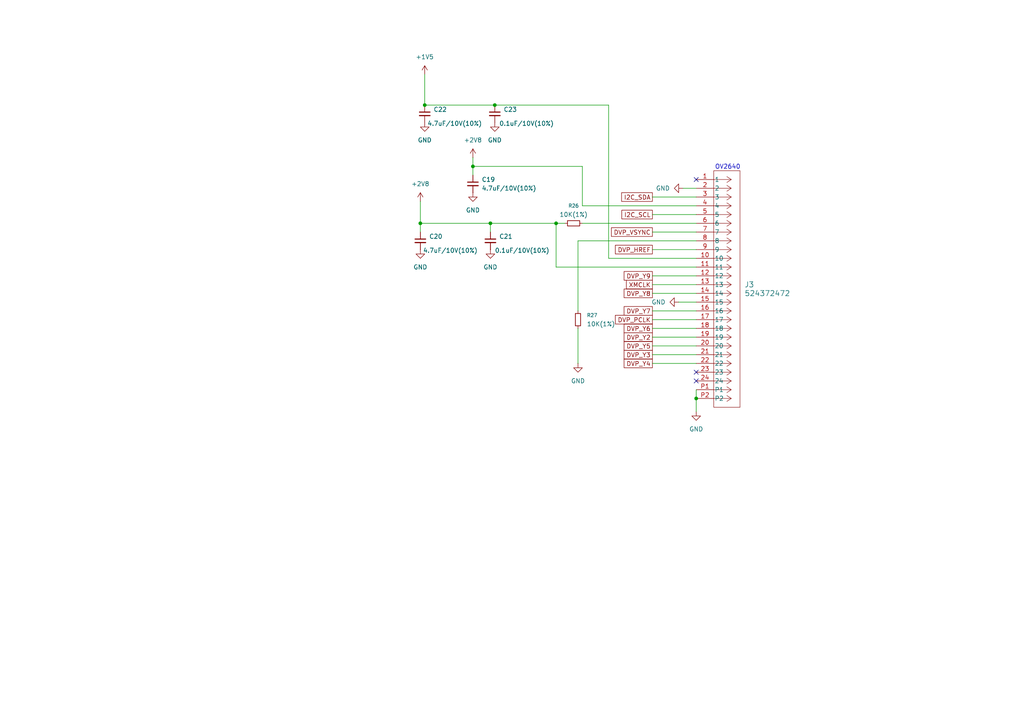
<source format=kicad_sch>
(kicad_sch (version 20250114) (generator "eeschema") (generator_version "9.0")
  (paper "A4")
  (lib_symbols
    (symbol "2025-12-03_21-50-17:524372472" (pin_names (offset 0.254))
      (property "Reference" "J" (at 8.89 6.35 0))
      (property "Value" "524372472" (at 0 0 0))
      (symbol "524372472_1_1"
        (polyline (pts (xy 5.08 2.54) (xy 5.08 -66.04)) (stroke (width 0.127)))
        (polyline (pts (xy 5.08 -66.04) (xy 12.7 -66.04)) (stroke (width 0.127)))
        (polyline (pts (xy 10.16 0) (xy 5.08 0)) (stroke (width 0.127)))
        (polyline (pts (xy 10.16 0) (xy 8.89 0.8467)) (stroke (width 0.127)))
        (polyline (pts (xy 10.16 0) (xy 8.89 -0.8467)) (stroke (width 0.127)))
        (polyline (pts (xy 10.16 -2.54) (xy 5.08 -2.54)) (stroke (width 0.127)))
        (polyline (pts (xy 10.16 -2.54) (xy 8.89 -1.6933)) (stroke (width 0.127)))
        (polyline (pts (xy 10.16 -2.54) (xy 8.89 -3.3867)) (stroke (width 0.127)))
        (polyline (pts (xy 10.16 -5.08) (xy 5.08 -5.08)) (stroke (width 0.127)))
        (polyline (pts (xy 10.16 -5.08) (xy 8.89 -4.2333)) (stroke (width 0.127)))
        (polyline (pts (xy 10.16 -5.08) (xy 8.89 -5.9267)) (stroke (width 0.127)))
        (polyline (pts (xy 10.16 -7.62) (xy 5.08 -7.62)) (stroke (width 0.127)))
        (polyline (pts (xy 10.16 -7.62) (xy 8.89 -6.7733)) (stroke (width 0.127)))
        (polyline (pts (xy 10.16 -7.62) (xy 8.89 -8.4667)) (stroke (width 0.127)))
        (polyline (pts (xy 10.16 -10.16) (xy 5.08 -10.16)) (stroke (width 0.127)))
        (polyline (pts (xy 10.16 -10.16) (xy 8.89 -9.3133)) (stroke (width 0.127)))
        (polyline (pts (xy 10.16 -10.16) (xy 8.89 -11.0067)) (stroke (width 0.127)))
        (polyline (pts (xy 10.16 -12.7) (xy 5.08 -12.7)) (stroke (width 0.127)))
        (polyline (pts (xy 10.16 -12.7) (xy 8.89 -11.8533)) (stroke (width 0.127)))
        (polyline (pts (xy 10.16 -12.7) (xy 8.89 -13.5467)) (stroke (width 0.127)))
        (polyline (pts (xy 10.16 -15.24) (xy 5.08 -15.24)) (stroke (width 0.127)))
        (polyline (pts (xy 10.16 -15.24) (xy 8.89 -14.3933)) (stroke (width 0.127)))
        (polyline (pts (xy 10.16 -15.24) (xy 8.89 -16.0867)) (stroke (width 0.127)))
        (polyline (pts (xy 10.16 -17.78) (xy 5.08 -17.78)) (stroke (width 0.127)))
        (polyline (pts (xy 10.16 -17.78) (xy 8.89 -16.9333)) (stroke (width 0.127)))
        (polyline (pts (xy 10.16 -17.78) (xy 8.89 -18.6267)) (stroke (width 0.127)))
        (polyline (pts (xy 10.16 -20.32) (xy 5.08 -20.32)) (stroke (width 0.127)))
        (polyline (pts (xy 10.16 -20.32) (xy 8.89 -19.4733)) (stroke (width 0.127)))
        (polyline (pts (xy 10.16 -20.32) (xy 8.89 -21.1667)) (stroke (width 0.127)))
        (polyline (pts (xy 10.16 -22.86) (xy 5.08 -22.86)) (stroke (width 0.127)))
        (polyline (pts (xy 10.16 -22.86) (xy 8.89 -22.0133)) (stroke (width 0.127)))
        (polyline (pts (xy 10.16 -22.86) (xy 8.89 -23.7067)) (stroke (width 0.127)))
        (polyline (pts (xy 10.16 -25.4) (xy 5.08 -25.4)) (stroke (width 0.127)))
        (polyline (pts (xy 10.16 -25.4) (xy 8.89 -24.5533)) (stroke (width 0.127)))
        (polyline (pts (xy 10.16 -25.4) (xy 8.89 -26.2467)) (stroke (width 0.127)))
        (polyline (pts (xy 10.16 -27.94) (xy 5.08 -27.94)) (stroke (width 0.127)))
        (polyline (pts (xy 10.16 -27.94) (xy 8.89 -27.0933)) (stroke (width 0.127)))
        (polyline (pts (xy 10.16 -27.94) (xy 8.89 -28.7867)) (stroke (width 0.127)))
        (polyline (pts (xy 10.16 -30.48) (xy 5.08 -30.48)) (stroke (width 0.127)))
        (polyline (pts (xy 10.16 -30.48) (xy 8.89 -29.6333)) (stroke (width 0.127)))
        (polyline (pts (xy 10.16 -30.48) (xy 8.89 -31.3267)) (stroke (width 0.127)))
        (polyline (pts (xy 10.16 -33.02) (xy 5.08 -33.02)) (stroke (width 0.127)))
        (polyline (pts (xy 10.16 -33.02) (xy 8.89 -32.1733)) (stroke (width 0.127)))
        (polyline (pts (xy 10.16 -33.02) (xy 8.89 -33.8667)) (stroke (width 0.127)))
        (polyline (pts (xy 10.16 -35.56) (xy 5.08 -35.56)) (stroke (width 0.127)))
        (polyline (pts (xy 10.16 -35.56) (xy 8.89 -34.7133)) (stroke (width 0.127)))
        (polyline (pts (xy 10.16 -35.56) (xy 8.89 -36.4067)) (stroke (width 0.127)))
        (polyline (pts (xy 10.16 -38.1) (xy 5.08 -38.1)) (stroke (width 0.127)))
        (polyline (pts (xy 10.16 -38.1) (xy 8.89 -37.2533)) (stroke (width 0.127)))
        (polyline (pts (xy 10.16 -38.1) (xy 8.89 -38.9467)) (stroke (width 0.127)))
        (polyline (pts (xy 10.16 -40.64) (xy 5.08 -40.64)) (stroke (width 0.127)))
        (polyline (pts (xy 10.16 -40.64) (xy 8.89 -39.7933)) (stroke (width 0.127)))
        (polyline (pts (xy 10.16 -40.64) (xy 8.89 -41.4867)) (stroke (width 0.127)))
        (polyline (pts (xy 10.16 -43.18) (xy 5.08 -43.18)) (stroke (width 0.127)))
        (polyline (pts (xy 10.16 -43.18) (xy 8.89 -42.3333)) (stroke (width 0.127)))
        (polyline (pts (xy 10.16 -43.18) (xy 8.89 -44.0267)) (stroke (width 0.127)))
        (polyline (pts (xy 10.16 -45.72) (xy 5.08 -45.72)) (stroke (width 0.127)))
        (polyline (pts (xy 10.16 -45.72) (xy 8.89 -44.8733)) (stroke (width 0.127)))
        (polyline (pts (xy 10.16 -45.72) (xy 8.89 -46.5667)) (stroke (width 0.127)))
        (polyline (pts (xy 10.16 -48.26) (xy 5.08 -48.26)) (stroke (width 0.127)))
        (polyline (pts (xy 10.16 -48.26) (xy 8.89 -47.4133)) (stroke (width 0.127)))
        (polyline (pts (xy 10.16 -48.26) (xy 8.89 -49.1067)) (stroke (width 0.127)))
        (polyline (pts (xy 10.16 -50.8) (xy 5.08 -50.8)) (stroke (width 0.127)))
        (polyline (pts (xy 10.16 -50.8) (xy 8.89 -49.9533)) (stroke (width 0.127)))
        (polyline (pts (xy 10.16 -50.8) (xy 8.89 -51.6467)) (stroke (width 0.127)))
        (polyline (pts (xy 10.16 -53.34) (xy 5.08 -53.34)) (stroke (width 0.127)))
        (polyline (pts (xy 10.16 -53.34) (xy 8.89 -52.4933)) (stroke (width 0.127)))
        (polyline (pts (xy 10.16 -53.34) (xy 8.89 -54.1867)) (stroke (width 0.127)))
        (polyline (pts (xy 10.16 -55.88) (xy 5.08 -55.88)) (stroke (width 0.127)))
        (polyline (pts (xy 10.16 -55.88) (xy 8.89 -55.0333)) (stroke (width 0.127)))
        (polyline (pts (xy 10.16 -55.88) (xy 8.89 -56.7267)) (stroke (width 0.127)))
        (polyline (pts (xy 10.16 -58.42) (xy 5.08 -58.42)) (stroke (width 0.127)))
        (polyline (pts (xy 10.16 -58.42) (xy 8.89 -57.5733)) (stroke (width 0.127)))
        (polyline (pts (xy 10.16 -58.42) (xy 8.89 -59.2667)) (stroke (width 0.127)))
        (polyline (pts (xy 10.16 -60.96) (xy 5.08 -60.96)) (stroke (width 0.127)))
        (polyline (pts (xy 10.16 -60.96) (xy 8.89 -60.1133)) (stroke (width 0.127)))
        (polyline (pts (xy 10.16 -60.96) (xy 8.89 -61.8067)) (stroke (width 0.127)))
        (polyline (pts (xy 10.16 -63.5) (xy 5.08 -63.5)) (stroke (width 0.127)))
        (polyline (pts (xy 10.16 -63.5) (xy 8.89 -62.6533)) (stroke (width 0.127)))
        (polyline (pts (xy 10.16 -63.5) (xy 8.89 -64.3467)) (stroke (width 0.127)))
        (polyline (pts (xy 12.7 2.54) (xy 5.08 2.54)) (stroke (width 0.127)))
        (polyline (pts (xy 12.7 -66.04) (xy 12.7 2.54)) (stroke (width 0.127)))
        (pin unspecified line (at 0 0 0) (length 5.08) (name "1") (number "1"))
        (pin unspecified line (at 0 -2.54 0) (length 5.08) (name "2") (number "2"))
        (pin unspecified line (at 0 -5.08 0) (length 5.08) (name "3") (number "3"))
        (pin unspecified line (at 0 -7.62 0) (length 5.08) (name "4") (number "4"))
        (pin unspecified line (at 0 -10.16 0) (length 5.08) (name "5") (number "5"))
        (pin unspecified line (at 0 -12.7 0) (length 5.08) (name "6") (number "6"))
        (pin unspecified line (at 0 -15.24 0) (length 5.08) (name "7") (number "7"))
        (pin unspecified line (at 0 -17.78 0) (length 5.08) (name "8") (number "8"))
        (pin unspecified line (at 0 -20.32 0) (length 5.08) (name "9") (number "9"))
        (pin unspecified line (at 0 -22.86 0) (length 5.08) (name "10") (number "10"))
        (pin unspecified line (at 0 -25.4 0) (length 5.08) (name "11") (number "11"))
        (pin unspecified line (at 0 -27.94 0) (length 5.08) (name "12") (number "12"))
        (pin unspecified line (at 0 -30.48 0) (length 5.08) (name "13") (number "13"))
        (pin unspecified line (at 0 -33.02 0) (length 5.08) (name "14") (number "14"))
        (pin unspecified line (at 0 -35.56 0) (length 5.08) (name "15") (number "15"))
        (pin unspecified line (at 0 -38.1 0) (length 5.08) (name "16") (number "16"))
        (pin unspecified line (at 0 -40.64 0) (length 5.08) (name "17") (number "17"))
        (pin unspecified line (at 0 -43.18 0) (length 5.08) (name "18") (number "18"))
        (pin unspecified line (at 0 -45.72 0) (length 5.08) (name "19") (number "19"))
        (pin unspecified line (at 0 -48.26 0) (length 5.08) (name "20") (number "20"))
        (pin unspecified line (at 0 -50.8 0) (length 5.08) (name "21") (number "21"))
        (pin unspecified line (at 0 -53.34 0) (length 5.08) (name "22") (number "22"))
        (pin unspecified line (at 0 -55.88 0) (length 5.08) (name "23") (number "23"))
        (pin unspecified line (at 0 -58.42 0) (length 5.08) (name "24") (number "24"))
        (pin unspecified line (at 0 -60.96 0) (length 5.08) (name "P1") (number "P1"))
        (pin unspecified line (at 0 -63.5 0) (length 5.08) (name "P2") (number "P2"))
      )
      (symbol "524372472_1_2"
        (polyline (pts (xy 5.08 2.54) (xy 5.08 -66.04)) (stroke (width 0.127)))
        (polyline (pts (xy 5.08 -66.04) (xy 12.7 -66.04)) (stroke (width 0.127)))
        (polyline (pts (xy 7.62 0) (xy 5.08 0)) (stroke (width 0.127)))
        (polyline (pts (xy 7.62 0) (xy 8.89 0.8467)) (stroke (width 0.127)))
        (polyline (pts (xy 7.62 0) (xy 8.89 -0.8467)) (stroke (width 0.127)))
        (polyline (pts (xy 7.62 -2.54) (xy 5.08 -2.54)) (stroke (width 0.127)))
        (polyline (pts (xy 7.62 -2.54) (xy 8.89 -1.6933)) (stroke (width 0.127)))
        (polyline (pts (xy 7.62 -2.54) (xy 8.89 -3.3867)) (stroke (width 0.127)))
        (polyline (pts (xy 7.62 -5.08) (xy 5.08 -5.08)) (stroke (width 0.127)))
        (polyline (pts (xy 7.62 -5.08) (xy 8.89 -4.2333)) (stroke (width 0.127)))
        (polyline (pts (xy 7.62 -5.08) (xy 8.89 -5.9267)) (stroke (width 0.127)))
        (polyline (pts (xy 7.62 -7.62) (xy 5.08 -7.62)) (stroke (width 0.127)))
        (polyline (pts (xy 7.62 -7.62) (xy 8.89 -6.7733)) (stroke (width 0.127)))
        (polyline (pts (xy 7.62 -7.62) (xy 8.89 -8.4667)) (stroke (width 0.127)))
        (polyline (pts (xy 7.62 -10.16) (xy 5.08 -10.16)) (stroke (width 0.127)))
        (polyline (pts (xy 7.62 -10.16) (xy 8.89 -9.3133)) (stroke (width 0.127)))
        (polyline (pts (xy 7.62 -10.16) (xy 8.89 -11.0067)) (stroke (width 0.127)))
        (polyline (pts (xy 7.62 -12.7) (xy 5.08 -12.7)) (stroke (width 0.127)))
        (polyline (pts (xy 7.62 -12.7) (xy 8.89 -11.8533)) (stroke (width 0.127)))
        (polyline (pts (xy 7.62 -12.7) (xy 8.89 -13.5467)) (stroke (width 0.127)))
        (polyline (pts (xy 7.62 -15.24) (xy 5.08 -15.24)) (stroke (width 0.127)))
        (polyline (pts (xy 7.62 -15.24) (xy 8.89 -14.3933)) (stroke (width 0.127)))
        (polyline (pts (xy 7.62 -15.24) (xy 8.89 -16.0867)) (stroke (width 0.127)))
        (polyline (pts (xy 7.62 -17.78) (xy 5.08 -17.78)) (stroke (width 0.127)))
        (polyline (pts (xy 7.62 -17.78) (xy 8.89 -16.9333)) (stroke (width 0.127)))
        (polyline (pts (xy 7.62 -17.78) (xy 8.89 -18.6267)) (stroke (width 0.127)))
        (polyline (pts (xy 7.62 -20.32) (xy 5.08 -20.32)) (stroke (width 0.127)))
        (polyline (pts (xy 7.62 -20.32) (xy 8.89 -19.4733)) (stroke (width 0.127)))
        (polyline (pts (xy 7.62 -20.32) (xy 8.89 -21.1667)) (stroke (width 0.127)))
        (polyline (pts (xy 7.62 -22.86) (xy 5.08 -22.86)) (stroke (width 0.127)))
        (polyline (pts (xy 7.62 -22.86) (xy 8.89 -22.0133)) (stroke (width 0.127)))
        (polyline (pts (xy 7.62 -22.86) (xy 8.89 -23.7067)) (stroke (width 0.127)))
        (polyline (pts (xy 7.62 -25.4) (xy 5.08 -25.4)) (stroke (width 0.127)))
        (polyline (pts (xy 7.62 -25.4) (xy 8.89 -24.5533)) (stroke (width 0.127)))
        (polyline (pts (xy 7.62 -25.4) (xy 8.89 -26.2467)) (stroke (width 0.127)))
        (polyline (pts (xy 7.62 -27.94) (xy 5.08 -27.94)) (stroke (width 0.127)))
        (polyline (pts (xy 7.62 -27.94) (xy 8.89 -27.0933)) (stroke (width 0.127)))
        (polyline (pts (xy 7.62 -27.94) (xy 8.89 -28.7867)) (stroke (width 0.127)))
        (polyline (pts (xy 7.62 -30.48) (xy 5.08 -30.48)) (stroke (width 0.127)))
        (polyline (pts (xy 7.62 -30.48) (xy 8.89 -29.6333)) (stroke (width 0.127)))
        (polyline (pts (xy 7.62 -30.48) (xy 8.89 -31.3267)) (stroke (width 0.127)))
        (polyline (pts (xy 7.62 -33.02) (xy 5.08 -33.02)) (stroke (width 0.127)))
        (polyline (pts (xy 7.62 -33.02) (xy 8.89 -32.1733)) (stroke (width 0.127)))
        (polyline (pts (xy 7.62 -33.02) (xy 8.89 -33.8667)) (stroke (width 0.127)))
        (polyline (pts (xy 7.62 -35.56) (xy 5.08 -35.56)) (stroke (width 0.127)))
        (polyline (pts (xy 7.62 -35.56) (xy 8.89 -34.7133)) (stroke (width 0.127)))
        (polyline (pts (xy 7.62 -35.56) (xy 8.89 -36.4067)) (stroke (width 0.127)))
        (polyline (pts (xy 7.62 -38.1) (xy 5.08 -38.1)) (stroke (width 0.127)))
        (polyline (pts (xy 7.62 -38.1) (xy 8.89 -37.2533)) (stroke (width 0.127)))
        (polyline (pts (xy 7.62 -38.1) (xy 8.89 -38.9467)) (stroke (width 0.127)))
        (polyline (pts (xy 7.62 -40.64) (xy 5.08 -40.64)) (stroke (width 0.127)))
        (polyline (pts (xy 7.62 -40.64) (xy 8.89 -39.7933)) (stroke (width 0.127)))
        (polyline (pts (xy 7.62 -40.64) (xy 8.89 -41.4867)) (stroke (width 0.127)))
        (polyline (pts (xy 7.62 -43.18) (xy 5.08 -43.18)) (stroke (width 0.127)))
        (polyline (pts (xy 7.62 -43.18) (xy 8.89 -42.3333)) (stroke (width 0.127)))
        (polyline (pts (xy 7.62 -43.18) (xy 8.89 -44.0267)) (stroke (width 0.127)))
        (polyline (pts (xy 7.62 -45.72) (xy 5.08 -45.72)) (stroke (width 0.127)))
        (polyline (pts (xy 7.62 -45.72) (xy 8.89 -44.8733)) (stroke (width 0.127)))
        (polyline (pts (xy 7.62 -45.72) (xy 8.89 -46.5667)) (stroke (width 0.127)))
        (polyline (pts (xy 7.62 -48.26) (xy 5.08 -48.26)) (stroke (width 0.127)))
        (polyline (pts (xy 7.62 -48.26) (xy 8.89 -47.4133)) (stroke (width 0.127)))
        (polyline (pts (xy 7.62 -48.26) (xy 8.89 -49.1067)) (stroke (width 0.127)))
        (polyline (pts (xy 7.62 -50.8) (xy 5.08 -50.8)) (stroke (width 0.127)))
        (polyline (pts (xy 7.62 -50.8) (xy 8.89 -49.9533)) (stroke (width 0.127)))
        (polyline (pts (xy 7.62 -50.8) (xy 8.89 -51.6467)) (stroke (width 0.127)))
        (polyline (pts (xy 7.62 -53.34) (xy 5.08 -53.34)) (stroke (width 0.127)))
        (polyline (pts (xy 7.62 -53.34) (xy 8.89 -52.4933)) (stroke (width 0.127)))
        (polyline (pts (xy 7.62 -53.34) (xy 8.89 -54.1867)) (stroke (width 0.127)))
        (polyline (pts (xy 7.62 -55.88) (xy 5.08 -55.88)) (stroke (width 0.127)))
        (polyline (pts (xy 7.62 -55.88) (xy 8.89 -55.0333)) (stroke (width 0.127)))
        (polyline (pts (xy 7.62 -55.88) (xy 8.89 -56.7267)) (stroke (width 0.127)))
        (polyline (pts (xy 7.62 -58.42) (xy 5.08 -58.42)) (stroke (width 0.127)))
        (polyline (pts (xy 7.62 -58.42) (xy 8.89 -57.5733)) (stroke (width 0.127)))
        (polyline (pts (xy 7.62 -58.42) (xy 8.89 -59.2667)) (stroke (width 0.127)))
        (polyline (pts (xy 7.62 -60.96) (xy 5.08 -60.96)) (stroke (width 0.127)))
        (polyline (pts (xy 7.62 -60.96) (xy 8.89 -60.1133)) (stroke (width 0.127)))
        (polyline (pts (xy 7.62 -60.96) (xy 8.89 -61.8067)) (stroke (width 0.127)))
        (polyline (pts (xy 7.62 -63.5) (xy 5.08 -63.5)) (stroke (width 0.127)))
        (polyline (pts (xy 7.62 -63.5) (xy 8.89 -62.6533)) (stroke (width 0.127)))
        (polyline (pts (xy 7.62 -63.5) (xy 8.89 -64.3467)) (stroke (width 0.127)))
        (polyline (pts (xy 12.7 2.54) (xy 5.08 2.54)) (stroke (width 0.127)))
        (polyline (pts (xy 12.7 -66.04) (xy 12.7 2.54)) (stroke (width 0.127)))
        (pin unspecified line (at 0 0 0) (length 5.08) (name "1") (number "1"))
        (pin unspecified line (at 0 -2.54 0) (length 5.08) (name "2") (number "2"))
        (pin unspecified line (at 0 -5.08 0) (length 5.08) (name "3") (number "3"))
        (pin unspecified line (at 0 -7.62 0) (length 5.08) (name "4") (number "4"))
        (pin unspecified line (at 0 -10.16 0) (length 5.08) (name "5") (number "5"))
        (pin unspecified line (at 0 -12.7 0) (length 5.08) (name "6") (number "6"))
        (pin unspecified line (at 0 -15.24 0) (length 5.08) (name "7") (number "7"))
        (pin unspecified line (at 0 -17.78 0) (length 5.08) (name "8") (number "8"))
        (pin unspecified line (at 0 -20.32 0) (length 5.08) (name "9") (number "9"))
        (pin unspecified line (at 0 -22.86 0) (length 5.08) (name "10") (number "10"))
        (pin unspecified line (at 0 -25.4 0) (length 5.08) (name "11") (number "11"))
        (pin unspecified line (at 0 -27.94 0) (length 5.08) (name "12") (number "12"))
        (pin unspecified line (at 0 -30.48 0) (length 5.08) (name "13") (number "13"))
        (pin unspecified line (at 0 -33.02 0) (length 5.08) (name "14") (number "14"))
        (pin unspecified line (at 0 -35.56 0) (length 5.08) (name "15") (number "15"))
        (pin unspecified line (at 0 -38.1 0) (length 5.08) (name "16") (number "16"))
        (pin unspecified line (at 0 -40.64 0) (length 5.08) (name "17") (number "17"))
        (pin unspecified line (at 0 -43.18 0) (length 5.08) (name "18") (number "18"))
        (pin unspecified line (at 0 -45.72 0) (length 5.08) (name "19") (number "19"))
        (pin unspecified line (at 0 -48.26 0) (length 5.08) (name "20") (number "20"))
        (pin unspecified line (at 0 -50.8 0) (length 5.08) (name "21") (number "21"))
        (pin unspecified line (at 0 -53.34 0) (length 5.08) (name "22") (number "22"))
        (pin unspecified line (at 0 -55.88 0) (length 5.08) (name "23") (number "23"))
        (pin unspecified line (at 0 -58.42 0) (length 5.08) (name "24") (number "24"))
        (pin unspecified line (at 0 -60.96 0) (length 5.08) (name "P1") (number "P1"))
        (pin unspecified line (at 0 -63.5 0) (length 5.08) (name "P2") (number "P2"))
      )
    )
    (symbol "Device:C_Small" (pin_numbers (hide yes)) (pin_names (offset 0.254) (hide yes))
      (property "Reference" "C" (at 0.254 1.778 0))
      (property "Value" "C_Small" (at 0.254 -2.032 0))
      (symbol "C_Small_0_1"
        (polyline (pts (xy -1.524 0.508) (xy 1.524 0.508)) (stroke (width 0.3048)))
        (polyline (pts (xy -1.524 -0.508) (xy 1.524 -0.508)) (stroke (width 0.3302)))
      )
      (symbol "C_Small_1_1"
        (pin passive line (at 0 2.54 270) (length 2.032) (name "~") (number "1"))
        (pin passive line (at 0 -2.54 90) (length 2.032) (name "~") (number "2"))
      )
    )
    (symbol "Device:R_Small" (pin_numbers (hide yes)) (pin_names (offset 0.254) (hide yes))
      (property "Reference" "R" (at 0 0 90))
      (property "Value" "R_Small" (at 1.778 0 90))
      (symbol "R_Small_0_1"
        (rectangle (start -0.762 1.778) (end 0.762 -1.778) (stroke (width 0.2032)))
      )
      (symbol "R_Small_1_1"
        (pin passive line (at 0 2.54 270) (length 0.762) (name "~") (number "1"))
        (pin passive line (at 0 -2.54 90) (length 0.762) (name "~") (number "2"))
      )
    )
    (symbol "power:+1V5" (power) (pin_numbers (hide yes)) (pin_names (offset 0) (hide yes))
      (property "Value" "+1V5" (at 0 3.556 0))
      (symbol "+1V5_0_1"
        (polyline (pts (xy -0.762 1.27) (xy 0 2.54)))
        (polyline (pts (xy 0 2.54) (xy 0.762 1.27)))
        (polyline (pts (xy 0 0) (xy 0 2.54)))
      )
      (symbol "+1V5_1_1"
        (pin power_in line (at 0 0 90) (length 0) (name "~") (number "1"))
      )
    )
    (symbol "power:+2V8" (power) (pin_numbers (hide yes)) (pin_names (offset 0) (hide yes))
      (property "Value" "+2V8" (at 0 3.556 0))
      (symbol "+2V8_0_1"
        (polyline (pts (xy -0.762 1.27) (xy 0 2.54)))
        (polyline (pts (xy 0 2.54) (xy 0.762 1.27)))
        (polyline (pts (xy 0 0) (xy 0 2.54)))
      )
      (symbol "+2V8_1_1"
        (pin power_in line (at 0 0 90) (length 0) (name "~") (number "1"))
      )
    )
    (symbol "power:GND" (power) (pin_numbers (hide yes)) (pin_names (offset 0) (hide yes))
      (property "Value" "GND" (at 0 -3.81 0))
      (symbol "GND_0_1"
        (polyline (pts (xy 0 0) (xy 0 -1.27) (xy 1.27 -1.27) (xy 0 -2.54) (xy -1.27 -1.27) (xy 0 -1.27)))
      )
      (symbol "GND_1_1"
        (pin power_in line (at 0 0 270) (length 0) (name "~") (number "1"))
      )
    )
  )
  (text "OV2640" (at 211.074 48.514 0) (effects (font (size 1.27 1.27))))
  (junction (at 142.24 64.77))
  (junction (at 143.51 30.48))
  (junction (at 161.29 64.77))
  (junction (at 137.16 48.26))
  (junction (at 121.92 64.77))
  (junction (at 201.93 115.57))
  (junction (at 123.19 30.48))
  (no_connect (at 201.93 110.49))
  (no_connect (at 201.93 107.95))
  (no_connect (at 201.93 52.07))
  (wire (pts (xy 189.23 57.15) (xy 201.93 57.15)))
  (wire (pts (xy 198.12 54.61) (xy 201.93 54.61)))
  (wire (pts (xy 168.91 64.77) (xy 201.93 64.77)))
  (wire (pts (xy 196.85 87.63) (xy 201.93 87.63)))
  (wire (pts (xy 201.93 69.85) (xy 167.64 69.85)))
  (wire (pts (xy 189.23 90.17) (xy 201.93 90.17)))
  (wire (pts (xy 123.19 30.48) (xy 143.51 30.48)))
  (wire (pts (xy 137.16 45.72) (xy 137.16 48.26)))
  (wire (pts (xy 168.91 48.26) (xy 168.91 59.69)))
  (wire (pts (xy 121.92 58.42) (xy 121.92 64.77)))
  (wire (pts (xy 189.23 92.71) (xy 201.93 92.71)))
  (wire (pts (xy 201.93 115.57) (xy 201.93 119.38)))
  (wire (pts (xy 189.23 80.01) (xy 201.93 80.01)))
  (wire (pts (xy 189.23 97.79) (xy 201.93 97.79)))
  (wire (pts (xy 189.23 72.39) (xy 201.93 72.39)))
  (wire (pts (xy 189.23 95.25) (xy 201.93 95.25)))
  (wire (pts (xy 142.24 64.77) (xy 142.24 67.31)))
  (wire (pts (xy 121.92 64.77) (xy 121.92 67.31)))
  (wire (pts (xy 123.19 21.59) (xy 123.19 30.48)))
  (wire (pts (xy 189.23 82.55) (xy 201.93 82.55)))
  (wire (pts (xy 176.53 30.48) (xy 176.53 74.93)))
  (wire (pts (xy 189.23 62.23) (xy 201.93 62.23)))
  (wire (pts (xy 121.92 64.77) (xy 142.24 64.77)))
  (wire (pts (xy 189.23 102.87) (xy 201.93 102.87)))
  (wire (pts (xy 189.23 105.41) (xy 201.93 105.41)))
  (wire (pts (xy 142.24 64.77) (xy 161.29 64.77)))
  (wire (pts (xy 163.83 64.77) (xy 161.29 64.77)))
  (wire (pts (xy 201.93 113.03) (xy 201.93 115.57)))
  (wire (pts (xy 189.23 67.31) (xy 201.93 67.31)))
  (wire (pts (xy 143.51 30.48) (xy 176.53 30.48)))
  (wire (pts (xy 189.23 85.09) (xy 201.93 85.09)))
  (wire (pts (xy 137.16 48.26) (xy 168.91 48.26)))
  (wire (pts (xy 189.23 100.33) (xy 201.93 100.33)))
  (wire (pts (xy 137.16 48.26) (xy 137.16 50.8)))
  (wire (pts (xy 167.64 69.85) (xy 167.64 90.17)))
  (wire (pts (xy 161.29 77.47) (xy 161.29 64.77)))
  (wire (pts (xy 176.53 74.93) (xy 201.93 74.93)))
  (wire (pts (xy 201.93 77.47) (xy 161.29 77.47)))
  (wire (pts (xy 168.91 59.69) (xy 201.93 59.69)))
  (wire (pts (xy 167.64 95.25) (xy 167.64 105.41)))
  (global_label "I2C_SCL" (shape passive) (at 189.23 62.23 180) (property "Intersheetrefs" "${INTERSHEET_REFS}" (effects (hide yes))))
  (global_label "DVP_VSYNC" (shape passive) (at 189.23 67.31 180) (property "Intersheetrefs" "${INTERSHEET_REFS}" (effects (hide yes))))
  (global_label "DVP_Y9" (shape passive) (at 189.23 80.01 180) (property "Intersheetrefs" "${INTERSHEET_REFS}" (effects (hide yes))))
  (global_label "XMCLK" (shape passive) (at 189.23 82.55 180) (property "Intersheetrefs" "${INTERSHEET_REFS}" (effects (hide yes))))
  (global_label "DVP_Y8" (shape passive) (at 189.23 85.09 180) (property "Intersheetrefs" "${INTERSHEET_REFS}" (effects (hide yes))))
  (global_label "DVP_Y4" (shape passive) (at 189.23 105.41 180) (property "Intersheetrefs" "${INTERSHEET_REFS}" (effects (hide yes))))
  (global_label "I2C_SDA" (shape passive) (at 189.23 57.15 180) (property "Intersheetrefs" "${INTERSHEET_REFS}" (effects (hide yes))))
  (global_label "DVP_Y3" (shape passive) (at 189.23 102.87 180) (property "Intersheetrefs" "${INTERSHEET_REFS}" (effects (hide yes))))
  (global_label "DVP_Y5" (shape passive) (at 189.23 100.33 180) (property "Intersheetrefs" "${INTERSHEET_REFS}" (effects (hide yes))))
  (global_label "DVP_HREF" (shape passive) (at 189.23 72.39 180) (property "Intersheetrefs" "${INTERSHEET_REFS}" (effects (hide yes))))
  (global_label "DVP_Y6" (shape passive) (at 189.23 95.25 180) (property "Intersheetrefs" "${INTERSHEET_REFS}" (effects (hide yes))))
  (global_label "DVP_Y2" (shape passive) (at 189.23 97.79 180) (property "Intersheetrefs" "${INTERSHEET_REFS}" (effects (hide yes))))
  (global_label "DVP_Y7" (shape passive) (at 189.23 90.17 180) (property "Intersheetrefs" "${INTERSHEET_REFS}" (effects (hide yes))))
  (global_label "DVP_PCLK" (shape passive) (at 189.23 92.71 180) (property "Intersheetrefs" "${INTERSHEET_REFS}" (effects (hide yes))))
  (symbol (lib_id "power:GND") (at 142.24 72.39 0) (unit 1)
    (property "Reference" "#PWR056" (effects (hide yes)))
    (property "Value" "GND" (at 142.24 77.47 0))
    (property "Description" "Power symbol creates a global label with name \"GND\" , ground" (effects (hide yes)))
  )
  (symbol (lib_id "power:GND") (at 198.12 54.61 270) (unit 1)
    (property "Reference" "#PWR041" (effects (hide yes)))
    (property "Value" "GND" (at 194.31 54.6099 90) (effects (justify right)))
    (property "Description" "Power symbol creates a global label with name \"GND\" , ground" (effects (hide yes)))
  )
  (symbol (lib_id "power:GND") (at 201.93 119.38 0) (unit 1)
    (property "Reference" "#PWR062" (effects (hide yes)))
    (property "Value" "GND" (at 201.93 124.46 0))
    (property "Description" "Power symbol creates a global label with name \"GND\" , ground" (effects (hide yes)))
  )
  (symbol (lib_id "power:+2V8") (at 137.16 45.72 0) (unit 1)
    (property "Reference" "#PWR053" (effects (hide yes)))
    (property "Value" "+2V8" (at 137.16 40.64 0))
    (property "Description" "Power symbol creates a global label with name \"+2V8\"" (effects (hide yes)))
  )
  (symbol (lib_id "power:GND") (at 137.16 55.88 0) (unit 1)
    (property "Reference" "#PWR054" (effects (hide yes)))
    (property "Value" "GND" (at 137.16 60.96 0))
    (property "Description" "Power symbol creates a global label with name \"GND\" , ground" (effects (hide yes)))
  )
  (symbol (lib_id "Device:C_Small") (at 137.16 53.34 0) (unit 1)
    (property "Reference" "C19" (at 139.7 52.0762 0) (effects (justify left)))
    (property "Value" "4.7uF/10V(10%)" (at 139.7 54.6162 0) (effects (justify left)))
    (property "Footprint" "Capacitor_SMD:C_0201_0603Metric" (effects (hide yes)))
    (property "Description" "Unpolarized capacitor, small symbol" (effects (hide yes)))
  )
  (symbol (lib_id "Device:C_Small") (at 121.92 69.85 0) (unit 1)
    (property "Reference" "C20" (at 124.46 68.5862 0) (effects (justify left)))
    (property "Value" "4.7uF/10V(10%)" (at 122.682 72.644 0) (effects (justify left)))
    (property "Footprint" "Capacitor_SMD:C_0201_0603Metric" (effects (hide yes)))
    (property "Description" "Unpolarized capacitor, small symbol" (effects (hide yes)))
  )
  (symbol (lib_id "Device:R_Small") (at 166.37 64.77 90) (unit 1)
    (property "Reference" "R26" (at 166.37 59.69 90) (effects (font (size 1.016 1.016))))
    (property "Value" "10K(1%)" (at 166.37 62.23 90))
    (property "Footprint" "Resistor_SMD:R_0201_0603Metric" (effects (hide yes)))
    (property "Description" "Resistor, small symbol" (effects (hide yes)))
  )
  (symbol (lib_id "power:+2V8") (at 121.92 58.42 0) (unit 1)
    (property "Reference" "#PWR057" (effects (hide yes)))
    (property "Value" "+2V8" (at 121.92 53.34 0))
    (property "Description" "Power symbol creates a global label with name \"+2V8\"" (effects (hide yes)))
  )
  (symbol (lib_id "power:GND") (at 167.64 105.41 0) (unit 1)
    (property "Reference" "#PWR060" (effects (hide yes)))
    (property "Value" "GND" (at 167.64 110.49 0))
    (property "Description" "Power symbol creates a global label with name \"GND\" , ground" (effects (hide yes)))
  )
  (symbol (lib_id "power:GND") (at 196.85 87.63 270) (unit 1)
    (property "Reference" "#PWR061" (effects (hide yes)))
    (property "Value" "GND" (at 193.04 87.6299 90) (effects (justify right)))
    (property "Description" "Power symbol creates a global label with name \"GND\" , ground" (effects (hide yes)))
  )
  (symbol (lib_id "Device:C_Small") (at 143.51 33.02 0) (unit 1)
    (property "Reference" "C23" (at 146.05 31.7562 0) (effects (justify left)))
    (property "Value" "0.1uF/10V(10%)" (at 144.78 35.814 0) (effects (justify left)))
    (property "Footprint" "Capacitor_SMD:C_0201_0603Metric" (effects (hide yes)))
    (property "Description" "Unpolarized capacitor, small symbol" (effects (hide yes)))
  )
  (symbol (lib_id "power:GND") (at 123.19 35.56 0) (unit 1)
    (property "Reference" "#PWR058" (effects (hide yes)))
    (property "Value" "GND" (at 123.19 40.64 0))
    (property "Description" "Power symbol creates a global label with name \"GND\" , ground" (effects (hide yes)))
  )
  (symbol (lib_id "Device:R_Small") (at 167.64 92.71 180) (unit 1)
    (property "Reference" "R27" (at 170.18 91.4399 0) (effects (font (size 1.016 1.016)) (justify right)))
    (property "Value" "10K(1%)" (at 170.18 93.9799 0) (effects (justify right)))
    (property "Footprint" "Resistor_SMD:R_0201_0603Metric" (effects (hide yes)))
    (property "Description" "Resistor, small symbol" (effects (hide yes)))
  )
  (symbol (lib_id "Device:C_Small") (at 142.24 69.85 0) (unit 1)
    (property "Reference" "C21" (at 144.78 68.5862 0) (effects (justify left)))
    (property "Value" "0.1uF/10V(10%)" (at 143.51 72.644 0) (effects (justify left)))
    (property "Footprint" "Capacitor_SMD:C_0201_0603Metric" (effects (hide yes)))
    (property "Description" "Unpolarized capacitor, small symbol" (effects (hide yes)))
  )
  (symbol (lib_id "power:GND") (at 121.92 72.39 0) (unit 1)
    (property "Reference" "#PWR055" (effects (hide yes)))
    (property "Value" "GND" (at 121.92 77.47 0))
    (property "Description" "Power symbol creates a global label with name \"GND\" , ground" (effects (hide yes)))
  )
  (symbol (lib_id "power:GND") (at 143.51 35.56 0) (unit 1)
    (property "Reference" "#PWR059" (effects (hide yes)))
    (property "Value" "GND" (at 143.51 40.64 0))
    (property "Description" "Power symbol creates a global label with name \"GND\" , ground" (effects (hide yes)))
  )
  (symbol (lib_id "Device:C_Small") (at 123.19 33.02 0) (unit 1)
    (property "Reference" "C22" (at 125.73 31.7562 0) (effects (justify left)))
    (property "Value" "4.7uF/10V(10%)" (at 123.952 35.814 0) (effects (justify left)))
    (property "Footprint" "Capacitor_SMD:C_0201_0603Metric" (effects (hide yes)))
    (property "Description" "Unpolarized capacitor, small symbol" (effects (hide yes)))
  )
  (symbol (lib_id "power:+1V5") (at 123.19 21.59 0) (unit 1)
    (property "Reference" "#PWR064" (effects (hide yes)))
    (property "Value" "+1V5" (at 123.19 16.51 0))
    (property "Description" "Power symbol creates a global label with name \"+1V5\"" (effects (hide yes)))
  )
  (symbol (lib_id "2025-12-03_21-50-17:524372472") (at 201.93 52.07 0) (unit 1)
    (property "Reference" "J3" (at 215.9 82.5499 0) (effects (font (size 1.524 1.524)) (justify left)))
    (property "Value" "524372472" (at 215.9 85.0899 0) (effects (font (size 1.524 1.524)) (justify left)))
    (property "Footprint" "footprints:CON_524372472_MOL" (effects (hide yes)))
    (property "Datasheet" "https://www.molex.com/en-us/products/part-detail-pdf/524372472?display=pdf" (effects (hide yes)))
    (property "Description" "https://www.laskakit.cz/kamera-ty-ov2640-v2-0-2mp-pro-ai-thinker-esp32-cam/" (effects (hide yes)))
  )
)
</source>
